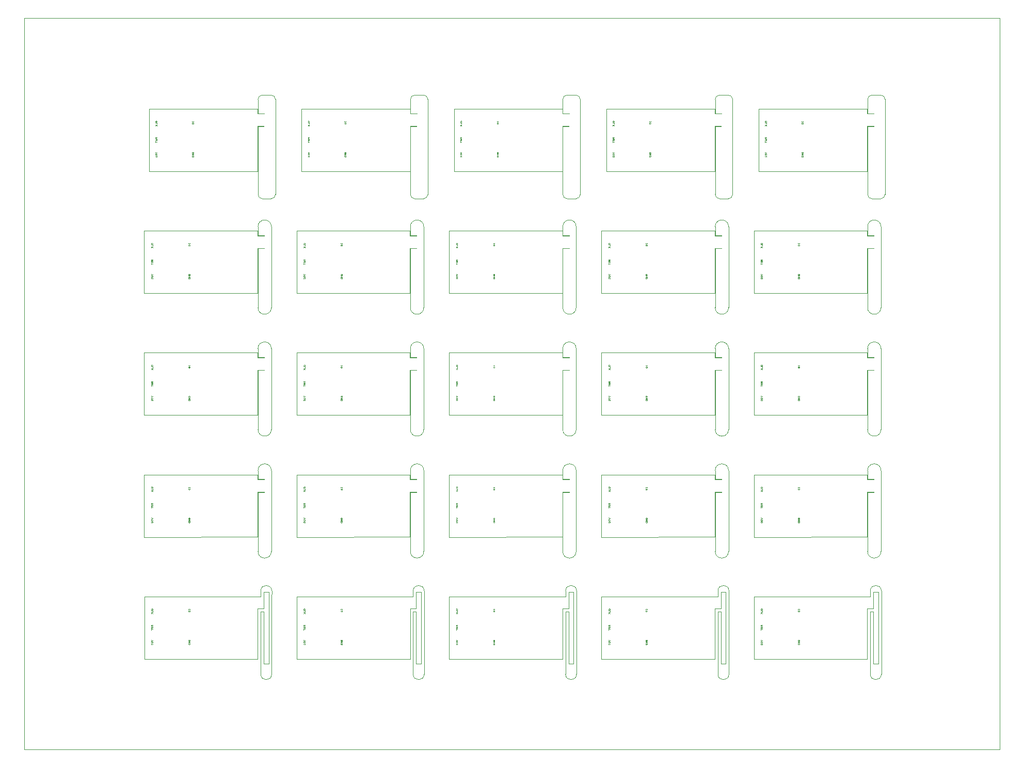
<source format=gbr>
G04 EasyPC Gerber Version 20.0.2 Build 4112 *
G04 #@! TF.Part,Single*
G04 #@! TF.FileFunction,Legend,Bot *
%FSLAX35Y35*%
%MOIN*%
%ADD11C,0.00004*%
%ADD14C,0.00079*%
%ADD12C,0.00157*%
X0Y0D02*
D02*
D11*
X77413Y137346D02*
Y177665D01*
X147432Y177673*
X150637Y177665*
Y174520*
X154972*
Y174720*
X150838*
Y180287*
G75*
G02X159503I4333*
G01*
Y128102*
G75*
G02X150838I-4333*
G01*
Y166299*
X154972*
Y166500*
X150637*
Y137362*
X77413Y137346*
Y216087D02*
Y256406D01*
X147432Y256413*
X150637Y256406*
Y253260*
X154972*
Y253461*
X150838*
Y259028*
G75*
G02X159503I4333*
G01*
Y206843*
G75*
G02X150838I-4333*
G01*
Y245039*
X154972*
Y245240*
X150637*
Y216102*
X77413Y216087*
Y294827D02*
Y335146D01*
X147432Y335154*
X150637Y335146*
Y332000*
X154972*
Y332201*
X150838*
Y337768*
G75*
G02X159503I4333*
G01*
Y285583*
G75*
G02X150838I-4333*
G01*
Y323780*
X154972*
Y323980*
X150637*
Y294843*
X77413Y294827*
X77436Y58622D02*
X150669D01*
Y91335*
X154613*
Y101925*
X157755*
Y55622*
X154613*
Y89331*
X152641*
Y48764*
G75*
G03X159724I3541*
G01*
Y97815*
X159771Y102543*
G75*
G03X152641I-3565*
G01*
Y98961*
X77417*
X77436Y98941*
Y58622*
X80602Y373583D02*
Y413898D01*
X150684Y413925*
Y410772*
X155019*
Y410972*
X150881*
Y419996*
G75*
G02X153669Y422783I2787*
G01*
X159363*
G75*
G02X162106Y420041J-2743*
G01*
Y358581*
G75*
G02X159374Y355850I-2731*
G01*
X153654*
G75*
G02X150881Y358623J2773*
G01*
Y402551*
X154731*
Y402752*
X150684*
Y373614*
X80602Y373583*
X175838Y137346D02*
Y177665D01*
X245857Y177673*
X249062Y177665*
Y174520*
X253397*
Y174720*
X249263*
Y180287*
G75*
G02X257928I4333*
G01*
Y128102*
G75*
G02X249263I-4333*
G01*
Y166299*
X253397*
Y166500*
X249062*
Y137362*
X175838Y137346*
Y216087D02*
Y256406D01*
X245857Y256413*
X249062Y256406*
Y253260*
X253397*
Y253461*
X249263*
Y259028*
G75*
G02X257928I4333*
G01*
Y206843*
G75*
G02X249263I-4333*
G01*
Y245039*
X253397*
Y245240*
X249062*
Y216102*
X175838Y216087*
Y294827D02*
Y335146D01*
X245857Y335154*
X249062Y335146*
Y332000*
X253397*
Y332201*
X249263*
Y337768*
G75*
G02X257928I4333*
G01*
Y285583*
G75*
G02X249263I-4333*
G01*
Y323780*
X253397*
Y323980*
X249062*
Y294843*
X175838Y294827*
X175861Y58622D02*
X249094D01*
Y91335*
X253039*
Y101925*
X256180*
Y55622*
X253039*
Y89331*
X251066*
Y48764*
G75*
G03X258149I3541*
G01*
Y97815*
X258196Y102543*
G75*
G03X251066I-3565*
G01*
Y98961*
X175842*
X175861Y98941*
Y58622*
X179027Y373583D02*
Y413898D01*
X249109Y413925*
Y410772*
X253444*
Y410972*
X249306*
Y419996*
G75*
G02X252094Y422783I2787*
G01*
X257788*
G75*
G02X260531Y420041J-2743*
G01*
Y358581*
G75*
G02X257800Y355850I-2731*
G01*
X252079*
G75*
G02X249306Y358623J2773*
G01*
Y402551*
X253157*
Y402752*
X249109*
Y373614*
X179027Y373583*
X274263Y137346D02*
Y177665D01*
X344283Y177673*
X347487Y177665*
Y174520*
X351822*
Y174720*
X347688*
Y180287*
G75*
G02X356354I4333*
G01*
Y128102*
G75*
G02X347688I-4333*
G01*
Y166299*
X351822*
Y166500*
X347487*
Y137362*
X274263Y137346*
Y216087D02*
Y256406D01*
X344283Y256413*
X347487Y256406*
Y253260*
X351822*
Y253461*
X347688*
Y259028*
G75*
G02X356354I4333*
G01*
Y206843*
G75*
G02X347688I-4333*
G01*
Y245039*
X351822*
Y245240*
X347487*
Y216102*
X274263Y216087*
Y294827D02*
Y335146D01*
X344283Y335154*
X347487Y335146*
Y332000*
X351822*
Y332201*
X347688*
Y337768*
G75*
G02X356354I4333*
G01*
Y285583*
G75*
G02X347688I-4333*
G01*
Y323780*
X351822*
Y323980*
X347487*
Y294843*
X274263Y294827*
X274287Y58622D02*
X347519D01*
Y91335*
X351464*
Y101925*
X354606*
Y55622*
X351464*
Y89331*
X349491*
Y48764*
G75*
G03X356574I3541*
G01*
Y97815*
X356621Y102543*
G75*
G03X349491I-3565*
G01*
Y98961*
X274267*
X274287Y98941*
Y58622*
X277452Y373583D02*
Y413898D01*
X347535Y413925*
Y410772*
X351869*
Y410972*
X347731*
Y419996*
G75*
G02X350519Y422783I2787*
G01*
X356213*
G75*
G02X358956Y420041J-2743*
G01*
Y358581*
G75*
G02X356225Y355850I-2731*
G01*
X350504*
G75*
G02X347731Y358623J2773*
G01*
Y402551*
X351582*
Y402752*
X347535*
Y373614*
X277452Y373583*
X372688Y137346D02*
Y177665D01*
X442708Y177673*
X445913Y177665*
Y174520*
X450247*
Y174720*
X446113*
Y180287*
G75*
G02X454779I4333*
G01*
Y128102*
G75*
G02X446113I-4333*
G01*
Y166299*
X450247*
Y166500*
X445913*
Y137362*
X372688Y137346*
Y216087D02*
Y256406D01*
X442708Y256413*
X445913Y256406*
Y253260*
X450247*
Y253461*
X446113*
Y259028*
G75*
G02X454779I4333*
G01*
Y206843*
G75*
G02X446113I-4333*
G01*
Y245039*
X450247*
Y245240*
X445913*
Y216102*
X372688Y216087*
Y294827D02*
Y335146D01*
X442708Y335154*
X445913Y335146*
Y332000*
X450247*
Y332201*
X446113*
Y337768*
G75*
G02X454779I4333*
G01*
Y285583*
G75*
G02X446113I-4333*
G01*
Y323780*
X450247*
Y323980*
X445913*
Y294843*
X372688Y294827*
X372712Y58622D02*
X445944D01*
Y91335*
X449889*
Y101925*
X453031*
Y55622*
X449889*
Y89331*
X447917*
Y48764*
G75*
G03X454999I3541*
G01*
Y97815*
X455046Y102543*
G75*
G03X447917I-3565*
G01*
Y98961*
X372692*
X372712Y98941*
Y58622*
X375877Y373583D02*
Y413898D01*
X445960Y413925*
Y410772*
X450294*
Y410972*
X446157*
Y419996*
G75*
G02X448944Y422783I2787*
G01*
X454638*
G75*
G02X457381Y420041J-2743*
G01*
Y358581*
G75*
G02X454650Y355850I-2731*
G01*
X448930*
G75*
G02X446157Y358623J2773*
G01*
Y402551*
X450007*
Y402752*
X445960*
Y373614*
X375877Y373583*
X471113Y137346D02*
Y177665D01*
X541133Y177673*
X544338Y177665*
Y174520*
X548672*
Y174720*
X544539*
Y180287*
G75*
G02X553204I4333*
G01*
Y128102*
G75*
G02X544539I-4333*
G01*
Y166299*
X548672*
Y166500*
X544338*
Y137362*
X471113Y137346*
Y216087D02*
Y256406D01*
X541133Y256413*
X544338Y256406*
Y253260*
X548672*
Y253461*
X544539*
Y259028*
G75*
G02X553204I4333*
G01*
Y206843*
G75*
G02X544539I-4333*
G01*
Y245039*
X548672*
Y245240*
X544338*
Y216102*
X471113Y216087*
Y294827D02*
Y335146D01*
X541133Y335154*
X544338Y335146*
Y332000*
X548672*
Y332201*
X544539*
Y337768*
G75*
G02X553204I4333*
G01*
Y285583*
G75*
G02X544539I-4333*
G01*
Y323780*
X548672*
Y323980*
X544338*
Y294843*
X471113Y294827*
X471137Y58622D02*
X544369D01*
Y91335*
X548314*
Y101925*
X551456*
Y55622*
X548314*
Y89331*
X546342*
Y48764*
G75*
G03X553424I3541*
G01*
Y97815*
X553472Y102543*
G75*
G03X546342I-3565*
G01*
Y98961*
X471117*
X471137Y98941*
Y58622*
X474302Y373583D02*
Y413898D01*
X544385Y413925*
Y410772*
X548720*
Y410972*
X544582*
Y419996*
G75*
G02X547369Y422783I2787*
G01*
X553063*
G75*
G02X555806Y420041J-2743*
G01*
Y358581*
G75*
G02X553075Y355850I-2731*
G01*
X547355*
G75*
G02X544582Y358623J2773*
G01*
Y402551*
X548432*
Y402752*
X544385*
Y373614*
X474302Y373583*
D02*
D12*
X81919Y70984D02*
X82805Y70615D01*
X81919Y70246*
X82657Y69065D02*
X82731Y69139D01*
X82805Y69286*
Y69508*
X82731Y69656*
X82657Y69729*
X82510Y69803*
X82215*
X82067Y69729*
X81993Y69656*
X81919Y69508*
Y69286*
X81993Y69139*
X82067Y69065*
X82657Y67884D02*
X82731Y67957D01*
X82805Y68105*
Y68327*
X82731Y68474*
X82657Y68548*
X82510Y68622*
X82215*
X82067Y68548*
X81993Y68474*
X81919Y68327*
Y68105*
X81993Y67957*
X82067Y67884*
X82805Y80433D02*
X81919D01*
Y79916*
X81993Y79769*
X82141Y79695*
X82289Y79769*
X82362Y79916*
Y80433*
Y79916D02*
X82805Y79695D01*
X82584Y79252D02*
X82731Y79178D01*
X82805Y79030*
Y78735*
X82731Y78587*
X82584Y78514*
X82436Y78587*
X82362Y78735*
Y79030*
X82289Y79178*
X82141Y79252*
X81993Y79178*
X81919Y79030*
Y78735*
X81993Y78587*
X82141Y78514*
X82805Y77702D02*
X81919D01*
Y78071D02*
Y77333D01*
X82657Y90325D02*
X82731Y90398D01*
X82805Y90546*
Y90768*
X82731Y90915*
X82657Y90989*
X82510Y91063*
X82215*
X82067Y90989*
X81993Y90915*
X81919Y90768*
Y90546*
X81993Y90398*
X82067Y90325*
X81919Y89882D02*
X82805D01*
Y89144*
Y88701D02*
X81919D01*
X82362D02*
Y88479D01*
X81919Y87963*
X82362Y88479D02*
X82805Y87963D01*
X81919Y149724D02*
X82805Y149355D01*
X81919Y148986*
X82657Y147805D02*
X82731Y147879D01*
X82805Y148026*
Y148248*
X82731Y148396*
X82657Y148469*
X82510Y148543*
X82215*
X82067Y148469*
X81993Y148396*
X81919Y148248*
Y148026*
X81993Y147879*
X82067Y147805*
X82657Y146624D02*
X82731Y146698D01*
X82805Y146845*
Y147067*
X82731Y147215*
X82657Y147288*
X82510Y147362*
X82215*
X82067Y147288*
X81993Y147215*
X81919Y147067*
Y146845*
X81993Y146698*
X82067Y146624*
X82805Y159173D02*
X81919D01*
Y158656*
X81993Y158509*
X82141Y158435*
X82289Y158509*
X82362Y158656*
Y159173*
Y158656D02*
X82805Y158435D01*
X82584Y157992D02*
X82731Y157918D01*
X82805Y157770*
Y157475*
X82731Y157328*
X82584Y157254*
X82436Y157328*
X82362Y157475*
Y157770*
X82289Y157918*
X82141Y157992*
X81993Y157918*
X81919Y157770*
Y157475*
X81993Y157328*
X82141Y157254*
X82805Y156442D02*
X81919D01*
Y156811D02*
Y156073D01*
X82657Y169065D02*
X82731Y169139D01*
X82805Y169286*
Y169508*
X82731Y169656*
X82657Y169729*
X82510Y169803*
X82215*
X82067Y169729*
X81993Y169656*
X81919Y169508*
Y169286*
X81993Y169139*
X82067Y169065*
X81919Y168622D02*
X82805D01*
Y167884*
Y167441D02*
X81919D01*
X82362D02*
Y167219D01*
X81919Y166703*
X82362Y167219D02*
X82805Y166703D01*
X81919Y228465D02*
X82805Y228095D01*
X81919Y227726*
X82657Y226545D02*
X82731Y226619D01*
X82805Y226767*
Y226988*
X82731Y227136*
X82657Y227209*
X82510Y227283*
X82215*
X82067Y227209*
X81993Y227136*
X81919Y226988*
Y226767*
X81993Y226619*
X82067Y226545*
X82657Y225364D02*
X82731Y225438D01*
X82805Y225585*
Y225807*
X82731Y225955*
X82657Y226028*
X82510Y226102*
X82215*
X82067Y226028*
X81993Y225955*
X81919Y225807*
Y225585*
X81993Y225438*
X82067Y225364*
X82805Y237913D02*
X81919D01*
Y237396*
X81993Y237249*
X82141Y237175*
X82289Y237249*
X82362Y237396*
Y237913*
Y237396D02*
X82805Y237175D01*
X82584Y236732D02*
X82731Y236658D01*
X82805Y236511*
Y236215*
X82731Y236068*
X82584Y235994*
X82436Y236068*
X82362Y236215*
Y236511*
X82289Y236658*
X82141Y236732*
X81993Y236658*
X81919Y236511*
Y236215*
X81993Y236068*
X82141Y235994*
X82805Y235182D02*
X81919D01*
Y235551D02*
Y234813D01*
X82657Y247805D02*
X82731Y247879D01*
X82805Y248026*
Y248248*
X82731Y248396*
X82657Y248469*
X82510Y248543*
X82215*
X82067Y248469*
X81993Y248396*
X81919Y248248*
Y248026*
X81993Y247879*
X82067Y247805*
X81919Y247362D02*
X82805D01*
Y246624*
Y246181D02*
X81919D01*
X82362D02*
Y245959D01*
X81919Y245443*
X82362Y245959D02*
X82805Y245443D01*
X81919Y307205D02*
X82805Y306835D01*
X81919Y306467*
X82657Y305285D02*
X82731Y305359D01*
X82805Y305507*
Y305728*
X82731Y305876*
X82657Y305950*
X82510Y306024*
X82215*
X82067Y305950*
X81993Y305876*
X81919Y305728*
Y305507*
X81993Y305359*
X82067Y305285*
X82657Y304104D02*
X82731Y304178D01*
X82805Y304326*
Y304547*
X82731Y304695*
X82657Y304769*
X82510Y304843*
X82215*
X82067Y304769*
X81993Y304695*
X81919Y304547*
Y304326*
X81993Y304178*
X82067Y304104*
X82805Y316654D02*
X81919D01*
Y316137*
X81993Y315989*
X82141Y315915*
X82289Y315989*
X82362Y316137*
Y316654*
Y316137D02*
X82805Y315915D01*
X82584Y315472D02*
X82731Y315398D01*
X82805Y315251*
Y314956*
X82731Y314808*
X82584Y314734*
X82436Y314808*
X82362Y314956*
Y315251*
X82289Y315398*
X82141Y315472*
X81993Y315398*
X81919Y315251*
Y314956*
X81993Y314808*
X82141Y314734*
X82805Y313922D02*
X81919D01*
Y314291D02*
Y313553D01*
X82657Y326545D02*
X82731Y326619D01*
X82805Y326767*
Y326988*
X82731Y327136*
X82657Y327209*
X82510Y327283*
X82215*
X82067Y327209*
X81993Y327136*
X81919Y326988*
Y326767*
X81993Y326619*
X82067Y326545*
X81919Y326102D02*
X82805D01*
Y325364*
Y324921D02*
X81919D01*
X82362D02*
Y324700D01*
X81919Y324183*
X82362Y324700D02*
X82805Y324183D01*
X84675Y385945D02*
X85561Y385576D01*
X84675Y385207*
X85413Y384026D02*
X85487Y384099D01*
X85561Y384247*
Y384469*
X85487Y384616*
X85413Y384690*
X85266Y384764*
X84970*
X84823Y384690*
X84749Y384616*
X84675Y384469*
Y384247*
X84749Y384099*
X84823Y384026*
X85413Y382844D02*
X85487Y382918D01*
X85561Y383066*
Y383287*
X85487Y383435*
X85413Y383509*
X85266Y383583*
X84970*
X84823Y383509*
X84749Y383435*
X84675Y383287*
Y383066*
X84749Y382918*
X84823Y382844*
X85561Y395394D02*
X84675D01*
Y394877*
X84749Y394729*
X84897Y394656*
X85044Y394729*
X85118Y394877*
Y395394*
Y394877D02*
X85561Y394656D01*
X85340Y394213D02*
X85487Y394139D01*
X85561Y393991*
Y393696*
X85487Y393548*
X85340Y393474*
X85192Y393548*
X85118Y393696*
Y393991*
X85044Y394139*
X84897Y394213*
X84749Y394139*
X84675Y393991*
Y393696*
X84749Y393548*
X84897Y393474*
X85561Y392662D02*
X84675D01*
Y393031D02*
Y392293D01*
X85413Y405285D02*
X85487Y405359D01*
X85561Y405507*
Y405728*
X85487Y405876*
X85413Y405950*
X85266Y406024*
X84970*
X84823Y405950*
X84749Y405876*
X84675Y405728*
Y405507*
X84749Y405359*
X84823Y405285*
X84675Y404843D02*
X85561D01*
Y404104*
Y403661D02*
X84675D01*
X85118D02*
Y403440D01*
X84675Y402923*
X85118Y403440D02*
X85561Y402923D01*
X106452Y70467D02*
Y70246D01*
X106526*
X106673Y70320*
X106747Y70394*
X106821Y70541*
Y70689*
X106747Y70837*
X106673Y70910*
X106526Y70984*
X106230*
X106083Y70910*
X106009Y70837*
X105935Y70689*
Y70541*
X106009Y70394*
X106083Y70320*
X106230Y70246*
X106821Y69803D02*
X105935D01*
X106821Y69065*
X105935*
X106821Y68622D02*
X105935D01*
Y68179*
X106009Y68031*
X106083Y67957*
X106230Y67884*
X106526*
X106673Y67957*
X106747Y68031*
X106821Y68179*
Y68622*
Y90841D02*
Y90546D01*
Y90694D02*
X105935D01*
Y90841D02*
Y90546D01*
X106526Y89882D02*
X106230D01*
X106083Y89808*
X106009Y89734*
X105935Y89587*
Y89439*
X106009Y89291*
X106083Y89217*
X106230Y89144*
X106526*
X106673Y89217*
X106747Y89291*
X106821Y89439*
Y89587*
X106747Y89734*
X106673Y89808*
X106526Y89882*
X106452Y149207D02*
Y148986D01*
X106526*
X106673Y149060*
X106747Y149134*
X106821Y149281*
Y149429*
X106747Y149577*
X106673Y149650*
X106526Y149724*
X106230*
X106083Y149650*
X106009Y149577*
X105935Y149429*
Y149281*
X106009Y149134*
X106083Y149060*
X106230Y148986*
X106821Y148543D02*
X105935D01*
X106821Y147805*
X105935*
X106821Y147362D02*
X105935D01*
Y146919*
X106009Y146772*
X106083Y146698*
X106230Y146624*
X106526*
X106673Y146698*
X106747Y146772*
X106821Y146919*
Y147362*
Y169581D02*
Y169286D01*
Y169434D02*
X105935D01*
Y169581D02*
Y169286D01*
X106526Y168622D02*
X106230D01*
X106083Y168548*
X106009Y168474*
X105935Y168327*
Y168179*
X106009Y168031*
X106083Y167957*
X106230Y167884*
X106526*
X106673Y167957*
X106747Y168031*
X106821Y168179*
Y168327*
X106747Y168474*
X106673Y168548*
X106526Y168622*
X106452Y227948D02*
Y227726D01*
X106526*
X106673Y227800*
X106747Y227874*
X106821Y228022*
Y228169*
X106747Y228317*
X106673Y228391*
X106526Y228465*
X106230*
X106083Y228391*
X106009Y228317*
X105935Y228169*
Y228022*
X106009Y227874*
X106083Y227800*
X106230Y227726*
X106821Y227283D02*
X105935D01*
X106821Y226545*
X105935*
X106821Y226102D02*
X105935D01*
Y225659*
X106009Y225512*
X106083Y225438*
X106230Y225364*
X106526*
X106673Y225438*
X106747Y225512*
X106821Y225659*
Y226102*
Y248322D02*
Y248026D01*
Y248174D02*
X105935D01*
Y248322D02*
Y248026D01*
X106526Y247362D02*
X106230D01*
X106083Y247288*
X106009Y247215*
X105935Y247067*
Y246919*
X106009Y246772*
X106083Y246698*
X106230Y246624*
X106526*
X106673Y246698*
X106747Y246772*
X106821Y246919*
Y247067*
X106747Y247215*
X106673Y247288*
X106526Y247362*
X106452Y306688D02*
Y306467D01*
X106526*
X106673Y306540*
X106747Y306614*
X106821Y306762*
Y306909*
X106747Y307057*
X106673Y307131*
X106526Y307205*
X106230*
X106083Y307131*
X106009Y307057*
X105935Y306909*
Y306762*
X106009Y306614*
X106083Y306540*
X106230Y306467*
X106821Y306024D02*
X105935D01*
X106821Y305285*
X105935*
X106821Y304843D02*
X105935D01*
Y304400*
X106009Y304252*
X106083Y304178*
X106230Y304104*
X106526*
X106673Y304178*
X106747Y304252*
X106821Y304400*
Y304843*
Y327062D02*
Y326767D01*
Y326914D02*
X105935D01*
Y327062D02*
Y326767D01*
X106526Y326102D02*
X106230D01*
X106083Y326028*
X106009Y325955*
X105935Y325807*
Y325659*
X106009Y325512*
X106083Y325438*
X106230Y325364*
X106526*
X106673Y325438*
X106747Y325512*
X106821Y325659*
Y325807*
X106747Y325955*
X106673Y326028*
X106526Y326102*
X108814Y385428D02*
Y385207D01*
X108888*
X109035Y385280*
X109109Y385354*
X109183Y385502*
Y385650*
X109109Y385797*
X109035Y385871*
X108888Y385945*
X108593*
X108445Y385871*
X108371Y385797*
X108297Y385650*
Y385502*
X108371Y385354*
X108445Y385280*
X108593Y385207*
X109183Y384764D02*
X108297D01*
X109183Y384026*
X108297*
X109183Y383583D02*
X108297D01*
Y383140*
X108371Y382992*
X108445Y382918*
X108593Y382844*
X108888*
X109035Y382918*
X109109Y382992*
X109183Y383140*
Y383583*
Y405802D02*
Y405507D01*
Y405654D02*
X108297D01*
Y405802D02*
Y405507D01*
X108888Y404843D02*
X108593D01*
X108445Y404769*
X108371Y404695*
X108297Y404547*
Y404400*
X108371Y404252*
X108445Y404178*
X108593Y404104*
X108888*
X109035Y404178*
X109109Y404252*
X109183Y404400*
Y404547*
X109109Y404695*
X109035Y404769*
X108888Y404843*
X180344Y70984D02*
X181230Y70615D01*
X180344Y70246*
X181083Y69065D02*
X181157Y69139D01*
X181230Y69286*
Y69508*
X181157Y69656*
X181083Y69729*
X180935Y69803*
X180640*
X180492Y69729*
X180419Y69656*
X180344Y69508*
Y69286*
X180419Y69139*
X180492Y69065*
X181083Y67884D02*
X181157Y67957D01*
X181230Y68105*
Y68327*
X181157Y68474*
X181083Y68548*
X180935Y68622*
X180640*
X180492Y68548*
X180419Y68474*
X180344Y68327*
Y68105*
X180419Y67957*
X180492Y67884*
X181230Y80433D02*
X180344D01*
Y79916*
X180419Y79769*
X180566Y79695*
X180714Y79769*
X180787Y79916*
Y80433*
Y79916D02*
X181230Y79695D01*
X181009Y79252D02*
X181157Y79178D01*
X181230Y79030*
Y78735*
X181157Y78587*
X181009Y78514*
X180861Y78587*
X180787Y78735*
Y79030*
X180714Y79178*
X180566Y79252*
X180419Y79178*
X180344Y79030*
Y78735*
X180419Y78587*
X180566Y78514*
X181230Y77702D02*
X180344D01*
Y78071D02*
Y77333D01*
X181083Y90325D02*
X181157Y90398D01*
X181230Y90546*
Y90768*
X181157Y90915*
X181083Y90989*
X180935Y91063*
X180640*
X180492Y90989*
X180419Y90915*
X180344Y90768*
Y90546*
X180419Y90398*
X180492Y90325*
X180344Y89882D02*
X181230D01*
Y89144*
Y88701D02*
X180344D01*
X180787D02*
Y88479D01*
X180344Y87963*
X180787Y88479D02*
X181230Y87963D01*
X180344Y149724D02*
X181230Y149355D01*
X180344Y148986*
X181083Y147805D02*
X181157Y147879D01*
X181230Y148026*
Y148248*
X181157Y148396*
X181083Y148469*
X180935Y148543*
X180640*
X180492Y148469*
X180419Y148396*
X180344Y148248*
Y148026*
X180419Y147879*
X180492Y147805*
X181083Y146624D02*
X181157Y146698D01*
X181230Y146845*
Y147067*
X181157Y147215*
X181083Y147288*
X180935Y147362*
X180640*
X180492Y147288*
X180419Y147215*
X180344Y147067*
Y146845*
X180419Y146698*
X180492Y146624*
X181230Y159173D02*
X180344D01*
Y158656*
X180419Y158509*
X180566Y158435*
X180714Y158509*
X180787Y158656*
Y159173*
Y158656D02*
X181230Y158435D01*
X181009Y157992D02*
X181157Y157918D01*
X181230Y157770*
Y157475*
X181157Y157328*
X181009Y157254*
X180861Y157328*
X180787Y157475*
Y157770*
X180714Y157918*
X180566Y157992*
X180419Y157918*
X180344Y157770*
Y157475*
X180419Y157328*
X180566Y157254*
X181230Y156442D02*
X180344D01*
Y156811D02*
Y156073D01*
X181083Y169065D02*
X181157Y169139D01*
X181230Y169286*
Y169508*
X181157Y169656*
X181083Y169729*
X180935Y169803*
X180640*
X180492Y169729*
X180419Y169656*
X180344Y169508*
Y169286*
X180419Y169139*
X180492Y169065*
X180344Y168622D02*
X181230D01*
Y167884*
Y167441D02*
X180344D01*
X180787D02*
Y167219D01*
X180344Y166703*
X180787Y167219D02*
X181230Y166703D01*
X180344Y228465D02*
X181230Y228095D01*
X180344Y227726*
X181083Y226545D02*
X181157Y226619D01*
X181230Y226767*
Y226988*
X181157Y227136*
X181083Y227209*
X180935Y227283*
X180640*
X180492Y227209*
X180419Y227136*
X180344Y226988*
Y226767*
X180419Y226619*
X180492Y226545*
X181083Y225364D02*
X181157Y225438D01*
X181230Y225585*
Y225807*
X181157Y225955*
X181083Y226028*
X180935Y226102*
X180640*
X180492Y226028*
X180419Y225955*
X180344Y225807*
Y225585*
X180419Y225438*
X180492Y225364*
X181230Y237913D02*
X180344D01*
Y237396*
X180419Y237249*
X180566Y237175*
X180714Y237249*
X180787Y237396*
Y237913*
Y237396D02*
X181230Y237175D01*
X181009Y236732D02*
X181157Y236658D01*
X181230Y236511*
Y236215*
X181157Y236068*
X181009Y235994*
X180861Y236068*
X180787Y236215*
Y236511*
X180714Y236658*
X180566Y236732*
X180419Y236658*
X180344Y236511*
Y236215*
X180419Y236068*
X180566Y235994*
X181230Y235182D02*
X180344D01*
Y235551D02*
Y234813D01*
X181083Y247805D02*
X181157Y247879D01*
X181230Y248026*
Y248248*
X181157Y248396*
X181083Y248469*
X180935Y248543*
X180640*
X180492Y248469*
X180419Y248396*
X180344Y248248*
Y248026*
X180419Y247879*
X180492Y247805*
X180344Y247362D02*
X181230D01*
Y246624*
Y246181D02*
X180344D01*
X180787D02*
Y245959D01*
X180344Y245443*
X180787Y245959D02*
X181230Y245443D01*
X180344Y307205D02*
X181230Y306835D01*
X180344Y306467*
X181083Y305285D02*
X181157Y305359D01*
X181230Y305507*
Y305728*
X181157Y305876*
X181083Y305950*
X180935Y306024*
X180640*
X180492Y305950*
X180419Y305876*
X180344Y305728*
Y305507*
X180419Y305359*
X180492Y305285*
X181083Y304104D02*
X181157Y304178D01*
X181230Y304326*
Y304547*
X181157Y304695*
X181083Y304769*
X180935Y304843*
X180640*
X180492Y304769*
X180419Y304695*
X180344Y304547*
Y304326*
X180419Y304178*
X180492Y304104*
X181230Y316654D02*
X180344D01*
Y316137*
X180419Y315989*
X180566Y315915*
X180714Y315989*
X180787Y316137*
Y316654*
Y316137D02*
X181230Y315915D01*
X181009Y315472D02*
X181157Y315398D01*
X181230Y315251*
Y314956*
X181157Y314808*
X181009Y314734*
X180861Y314808*
X180787Y314956*
Y315251*
X180714Y315398*
X180566Y315472*
X180419Y315398*
X180344Y315251*
Y314956*
X180419Y314808*
X180566Y314734*
X181230Y313922D02*
X180344D01*
Y314291D02*
Y313553D01*
X181083Y326545D02*
X181157Y326619D01*
X181230Y326767*
Y326988*
X181157Y327136*
X181083Y327209*
X180935Y327283*
X180640*
X180492Y327209*
X180419Y327136*
X180344Y326988*
Y326767*
X180419Y326619*
X180492Y326545*
X180344Y326102D02*
X181230D01*
Y325364*
Y324921D02*
X180344D01*
X180787D02*
Y324700D01*
X180344Y324183*
X180787Y324700D02*
X181230Y324183D01*
X183100Y385945D02*
X183986Y385576D01*
X183100Y385207*
X183839Y384026D02*
X183913Y384099D01*
X183986Y384247*
Y384469*
X183913Y384616*
X183839Y384690*
X183691Y384764*
X183396*
X183248Y384690*
X183174Y384616*
X183100Y384469*
Y384247*
X183174Y384099*
X183248Y384026*
X183839Y382844D02*
X183913Y382918D01*
X183986Y383066*
Y383287*
X183913Y383435*
X183839Y383509*
X183691Y383583*
X183396*
X183248Y383509*
X183174Y383435*
X183100Y383287*
Y383066*
X183174Y382918*
X183248Y382844*
X183986Y395394D02*
X183100D01*
Y394877*
X183174Y394729*
X183322Y394656*
X183470Y394729*
X183543Y394877*
Y395394*
Y394877D02*
X183986Y394656D01*
X183765Y394213D02*
X183913Y394139D01*
X183986Y393991*
Y393696*
X183913Y393548*
X183765Y393474*
X183617Y393548*
X183543Y393696*
Y393991*
X183470Y394139*
X183322Y394213*
X183174Y394139*
X183100Y393991*
Y393696*
X183174Y393548*
X183322Y393474*
X183986Y392662D02*
X183100D01*
Y393031D02*
Y392293D01*
X183839Y405285D02*
X183913Y405359D01*
X183986Y405507*
Y405728*
X183913Y405876*
X183839Y405950*
X183691Y406024*
X183396*
X183248Y405950*
X183174Y405876*
X183100Y405728*
Y405507*
X183174Y405359*
X183248Y405285*
X183100Y404843D02*
X183986D01*
Y404104*
Y403661D02*
X183100D01*
X183543D02*
Y403440D01*
X183100Y402923*
X183543Y403440D02*
X183986Y402923D01*
X204877Y70467D02*
Y70246D01*
X204951*
X205098Y70320*
X205172Y70394*
X205246Y70541*
Y70689*
X205172Y70837*
X205098Y70910*
X204951Y70984*
X204656*
X204508Y70910*
X204434Y70837*
X204360Y70689*
Y70541*
X204434Y70394*
X204508Y70320*
X204656Y70246*
X205246Y69803D02*
X204360D01*
X205246Y69065*
X204360*
X205246Y68622D02*
X204360D01*
Y68179*
X204434Y68031*
X204508Y67957*
X204656Y67884*
X204951*
X205098Y67957*
X205172Y68031*
X205246Y68179*
Y68622*
Y90841D02*
Y90546D01*
Y90694D02*
X204360D01*
Y90841D02*
Y90546D01*
X204951Y89882D02*
X204656D01*
X204508Y89808*
X204434Y89734*
X204360Y89587*
Y89439*
X204434Y89291*
X204508Y89217*
X204656Y89144*
X204951*
X205098Y89217*
X205172Y89291*
X205246Y89439*
Y89587*
X205172Y89734*
X205098Y89808*
X204951Y89882*
X204877Y149207D02*
Y148986D01*
X204951*
X205098Y149060*
X205172Y149134*
X205246Y149281*
Y149429*
X205172Y149577*
X205098Y149650*
X204951Y149724*
X204656*
X204508Y149650*
X204434Y149577*
X204360Y149429*
Y149281*
X204434Y149134*
X204508Y149060*
X204656Y148986*
X205246Y148543D02*
X204360D01*
X205246Y147805*
X204360*
X205246Y147362D02*
X204360D01*
Y146919*
X204434Y146772*
X204508Y146698*
X204656Y146624*
X204951*
X205098Y146698*
X205172Y146772*
X205246Y146919*
Y147362*
Y169581D02*
Y169286D01*
Y169434D02*
X204360D01*
Y169581D02*
Y169286D01*
X204951Y168622D02*
X204656D01*
X204508Y168548*
X204434Y168474*
X204360Y168327*
Y168179*
X204434Y168031*
X204508Y167957*
X204656Y167884*
X204951*
X205098Y167957*
X205172Y168031*
X205246Y168179*
Y168327*
X205172Y168474*
X205098Y168548*
X204951Y168622*
X204877Y227948D02*
Y227726D01*
X204951*
X205098Y227800*
X205172Y227874*
X205246Y228022*
Y228169*
X205172Y228317*
X205098Y228391*
X204951Y228465*
X204656*
X204508Y228391*
X204434Y228317*
X204360Y228169*
Y228022*
X204434Y227874*
X204508Y227800*
X204656Y227726*
X205246Y227283D02*
X204360D01*
X205246Y226545*
X204360*
X205246Y226102D02*
X204360D01*
Y225659*
X204434Y225512*
X204508Y225438*
X204656Y225364*
X204951*
X205098Y225438*
X205172Y225512*
X205246Y225659*
Y226102*
Y248322D02*
Y248026D01*
Y248174D02*
X204360D01*
Y248322D02*
Y248026D01*
X204951Y247362D02*
X204656D01*
X204508Y247288*
X204434Y247215*
X204360Y247067*
Y246919*
X204434Y246772*
X204508Y246698*
X204656Y246624*
X204951*
X205098Y246698*
X205172Y246772*
X205246Y246919*
Y247067*
X205172Y247215*
X205098Y247288*
X204951Y247362*
X204877Y306688D02*
Y306467D01*
X204951*
X205098Y306540*
X205172Y306614*
X205246Y306762*
Y306909*
X205172Y307057*
X205098Y307131*
X204951Y307205*
X204656*
X204508Y307131*
X204434Y307057*
X204360Y306909*
Y306762*
X204434Y306614*
X204508Y306540*
X204656Y306467*
X205246Y306024D02*
X204360D01*
X205246Y305285*
X204360*
X205246Y304843D02*
X204360D01*
Y304400*
X204434Y304252*
X204508Y304178*
X204656Y304104*
X204951*
X205098Y304178*
X205172Y304252*
X205246Y304400*
Y304843*
Y327062D02*
Y326767D01*
Y326914D02*
X204360D01*
Y327062D02*
Y326767D01*
X204951Y326102D02*
X204656D01*
X204508Y326028*
X204434Y325955*
X204360Y325807*
Y325659*
X204434Y325512*
X204508Y325438*
X204656Y325364*
X204951*
X205098Y325438*
X205172Y325512*
X205246Y325659*
Y325807*
X205172Y325955*
X205098Y326028*
X204951Y326102*
X207239Y385428D02*
Y385207D01*
X207313*
X207461Y385280*
X207535Y385354*
X207608Y385502*
Y385650*
X207535Y385797*
X207461Y385871*
X207313Y385945*
X207018*
X206870Y385871*
X206796Y385797*
X206722Y385650*
Y385502*
X206796Y385354*
X206870Y385280*
X207018Y385207*
X207608Y384764D02*
X206722D01*
X207608Y384026*
X206722*
X207608Y383583D02*
X206722D01*
Y383140*
X206796Y382992*
X206870Y382918*
X207018Y382844*
X207313*
X207461Y382918*
X207535Y382992*
X207608Y383140*
Y383583*
Y405802D02*
Y405507D01*
Y405654D02*
X206722D01*
Y405802D02*
Y405507D01*
X207313Y404843D02*
X207018D01*
X206870Y404769*
X206796Y404695*
X206722Y404547*
Y404400*
X206796Y404252*
X206870Y404178*
X207018Y404104*
X207313*
X207461Y404178*
X207535Y404252*
X207608Y404400*
Y404547*
X207535Y404695*
X207461Y404769*
X207313Y404843*
X278770Y70984D02*
X279656Y70615D01*
X278770Y70246*
X279508Y69065D02*
X279582Y69139D01*
X279656Y69286*
Y69508*
X279582Y69656*
X279508Y69729*
X279360Y69803*
X279065*
X278917Y69729*
X278844Y69656*
X278770Y69508*
Y69286*
X278844Y69139*
X278917Y69065*
X279508Y67884D02*
X279582Y67957D01*
X279656Y68105*
Y68327*
X279582Y68474*
X279508Y68548*
X279360Y68622*
X279065*
X278917Y68548*
X278844Y68474*
X278770Y68327*
Y68105*
X278844Y67957*
X278917Y67884*
X279656Y80433D02*
X278770D01*
Y79916*
X278844Y79769*
X278991Y79695*
X279139Y79769*
X279213Y79916*
Y80433*
Y79916D02*
X279656Y79695D01*
X279434Y79252D02*
X279582Y79178D01*
X279656Y79030*
Y78735*
X279582Y78587*
X279434Y78514*
X279287Y78587*
X279213Y78735*
Y79030*
X279139Y79178*
X278991Y79252*
X278844Y79178*
X278770Y79030*
Y78735*
X278844Y78587*
X278991Y78514*
X279656Y77702D02*
X278770D01*
Y78071D02*
Y77333D01*
X279508Y90325D02*
X279582Y90398D01*
X279656Y90546*
Y90768*
X279582Y90915*
X279508Y90989*
X279360Y91063*
X279065*
X278917Y90989*
X278844Y90915*
X278770Y90768*
Y90546*
X278844Y90398*
X278917Y90325*
X278770Y89882D02*
X279656D01*
Y89144*
Y88701D02*
X278770D01*
X279213D02*
Y88479D01*
X278770Y87963*
X279213Y88479D02*
X279656Y87963D01*
X278770Y149724D02*
X279656Y149355D01*
X278770Y148986*
X279508Y147805D02*
X279582Y147879D01*
X279656Y148026*
Y148248*
X279582Y148396*
X279508Y148469*
X279360Y148543*
X279065*
X278917Y148469*
X278844Y148396*
X278770Y148248*
Y148026*
X278844Y147879*
X278917Y147805*
X279508Y146624D02*
X279582Y146698D01*
X279656Y146845*
Y147067*
X279582Y147215*
X279508Y147288*
X279360Y147362*
X279065*
X278917Y147288*
X278844Y147215*
X278770Y147067*
Y146845*
X278844Y146698*
X278917Y146624*
X279656Y159173D02*
X278770D01*
Y158656*
X278844Y158509*
X278991Y158435*
X279139Y158509*
X279213Y158656*
Y159173*
Y158656D02*
X279656Y158435D01*
X279434Y157992D02*
X279582Y157918D01*
X279656Y157770*
Y157475*
X279582Y157328*
X279434Y157254*
X279287Y157328*
X279213Y157475*
Y157770*
X279139Y157918*
X278991Y157992*
X278844Y157918*
X278770Y157770*
Y157475*
X278844Y157328*
X278991Y157254*
X279656Y156442D02*
X278770D01*
Y156811D02*
Y156073D01*
X279508Y169065D02*
X279582Y169139D01*
X279656Y169286*
Y169508*
X279582Y169656*
X279508Y169729*
X279360Y169803*
X279065*
X278917Y169729*
X278844Y169656*
X278770Y169508*
Y169286*
X278844Y169139*
X278917Y169065*
X278770Y168622D02*
X279656D01*
Y167884*
Y167441D02*
X278770D01*
X279213D02*
Y167219D01*
X278770Y166703*
X279213Y167219D02*
X279656Y166703D01*
X278770Y228465D02*
X279656Y228095D01*
X278770Y227726*
X279508Y226545D02*
X279582Y226619D01*
X279656Y226767*
Y226988*
X279582Y227136*
X279508Y227209*
X279360Y227283*
X279065*
X278917Y227209*
X278844Y227136*
X278770Y226988*
Y226767*
X278844Y226619*
X278917Y226545*
X279508Y225364D02*
X279582Y225438D01*
X279656Y225585*
Y225807*
X279582Y225955*
X279508Y226028*
X279360Y226102*
X279065*
X278917Y226028*
X278844Y225955*
X278770Y225807*
Y225585*
X278844Y225438*
X278917Y225364*
X279656Y237913D02*
X278770D01*
Y237396*
X278844Y237249*
X278991Y237175*
X279139Y237249*
X279213Y237396*
Y237913*
Y237396D02*
X279656Y237175D01*
X279434Y236732D02*
X279582Y236658D01*
X279656Y236511*
Y236215*
X279582Y236068*
X279434Y235994*
X279287Y236068*
X279213Y236215*
Y236511*
X279139Y236658*
X278991Y236732*
X278844Y236658*
X278770Y236511*
Y236215*
X278844Y236068*
X278991Y235994*
X279656Y235182D02*
X278770D01*
Y235551D02*
Y234813D01*
X279508Y247805D02*
X279582Y247879D01*
X279656Y248026*
Y248248*
X279582Y248396*
X279508Y248469*
X279360Y248543*
X279065*
X278917Y248469*
X278844Y248396*
X278770Y248248*
Y248026*
X278844Y247879*
X278917Y247805*
X278770Y247362D02*
X279656D01*
Y246624*
Y246181D02*
X278770D01*
X279213D02*
Y245959D01*
X278770Y245443*
X279213Y245959D02*
X279656Y245443D01*
X278770Y307205D02*
X279656Y306835D01*
X278770Y306467*
X279508Y305285D02*
X279582Y305359D01*
X279656Y305507*
Y305728*
X279582Y305876*
X279508Y305950*
X279360Y306024*
X279065*
X278917Y305950*
X278844Y305876*
X278770Y305728*
Y305507*
X278844Y305359*
X278917Y305285*
X279508Y304104D02*
X279582Y304178D01*
X279656Y304326*
Y304547*
X279582Y304695*
X279508Y304769*
X279360Y304843*
X279065*
X278917Y304769*
X278844Y304695*
X278770Y304547*
Y304326*
X278844Y304178*
X278917Y304104*
X279656Y316654D02*
X278770D01*
Y316137*
X278844Y315989*
X278991Y315915*
X279139Y315989*
X279213Y316137*
Y316654*
Y316137D02*
X279656Y315915D01*
X279434Y315472D02*
X279582Y315398D01*
X279656Y315251*
Y314956*
X279582Y314808*
X279434Y314734*
X279287Y314808*
X279213Y314956*
Y315251*
X279139Y315398*
X278991Y315472*
X278844Y315398*
X278770Y315251*
Y314956*
X278844Y314808*
X278991Y314734*
X279656Y313922D02*
X278770D01*
Y314291D02*
Y313553D01*
X279508Y326545D02*
X279582Y326619D01*
X279656Y326767*
Y326988*
X279582Y327136*
X279508Y327209*
X279360Y327283*
X279065*
X278917Y327209*
X278844Y327136*
X278770Y326988*
Y326767*
X278844Y326619*
X278917Y326545*
X278770Y326102D02*
X279656D01*
Y325364*
Y324921D02*
X278770D01*
X279213D02*
Y324700D01*
X278770Y324183*
X279213Y324700D02*
X279656Y324183D01*
X281526Y385945D02*
X282411Y385576D01*
X281526Y385207*
X282264Y384026D02*
X282338Y384099D01*
X282411Y384247*
Y384469*
X282338Y384616*
X282264Y384690*
X282116Y384764*
X281821*
X281673Y384690*
X281600Y384616*
X281526Y384469*
Y384247*
X281600Y384099*
X281673Y384026*
X282264Y382844D02*
X282338Y382918D01*
X282411Y383066*
Y383287*
X282338Y383435*
X282264Y383509*
X282116Y383583*
X281821*
X281673Y383509*
X281600Y383435*
X281526Y383287*
Y383066*
X281600Y382918*
X281673Y382844*
X282411Y395394D02*
X281526D01*
Y394877*
X281600Y394729*
X281747Y394656*
X281895Y394729*
X281969Y394877*
Y395394*
Y394877D02*
X282411Y394656D01*
X282190Y394213D02*
X282338Y394139D01*
X282411Y393991*
Y393696*
X282338Y393548*
X282190Y393474*
X282043Y393548*
X281969Y393696*
Y393991*
X281895Y394139*
X281747Y394213*
X281600Y394139*
X281526Y393991*
Y393696*
X281600Y393548*
X281747Y393474*
X282411Y392662D02*
X281526D01*
Y393031D02*
Y392293D01*
X282264Y405285D02*
X282338Y405359D01*
X282411Y405507*
Y405728*
X282338Y405876*
X282264Y405950*
X282116Y406024*
X281821*
X281673Y405950*
X281600Y405876*
X281526Y405728*
Y405507*
X281600Y405359*
X281673Y405285*
X281526Y404843D02*
X282411D01*
Y404104*
Y403661D02*
X281526D01*
X281969D02*
Y403440D01*
X281526Y402923*
X281969Y403440D02*
X282411Y402923D01*
X303302Y70467D02*
Y70246D01*
X303376*
X303524Y70320*
X303598Y70394*
X303671Y70541*
Y70689*
X303598Y70837*
X303524Y70910*
X303376Y70984*
X303081*
X302933Y70910*
X302859Y70837*
X302785Y70689*
Y70541*
X302859Y70394*
X302933Y70320*
X303081Y70246*
X303671Y69803D02*
X302785D01*
X303671Y69065*
X302785*
X303671Y68622D02*
X302785D01*
Y68179*
X302859Y68031*
X302933Y67957*
X303081Y67884*
X303376*
X303524Y67957*
X303598Y68031*
X303671Y68179*
Y68622*
Y90841D02*
Y90546D01*
Y90694D02*
X302785D01*
Y90841D02*
Y90546D01*
X303376Y89882D02*
X303081D01*
X302933Y89808*
X302859Y89734*
X302785Y89587*
Y89439*
X302859Y89291*
X302933Y89217*
X303081Y89144*
X303376*
X303524Y89217*
X303598Y89291*
X303671Y89439*
Y89587*
X303598Y89734*
X303524Y89808*
X303376Y89882*
X303302Y149207D02*
Y148986D01*
X303376*
X303524Y149060*
X303598Y149134*
X303671Y149281*
Y149429*
X303598Y149577*
X303524Y149650*
X303376Y149724*
X303081*
X302933Y149650*
X302859Y149577*
X302785Y149429*
Y149281*
X302859Y149134*
X302933Y149060*
X303081Y148986*
X303671Y148543D02*
X302785D01*
X303671Y147805*
X302785*
X303671Y147362D02*
X302785D01*
Y146919*
X302859Y146772*
X302933Y146698*
X303081Y146624*
X303376*
X303524Y146698*
X303598Y146772*
X303671Y146919*
Y147362*
Y169581D02*
Y169286D01*
Y169434D02*
X302785D01*
Y169581D02*
Y169286D01*
X303376Y168622D02*
X303081D01*
X302933Y168548*
X302859Y168474*
X302785Y168327*
Y168179*
X302859Y168031*
X302933Y167957*
X303081Y167884*
X303376*
X303524Y167957*
X303598Y168031*
X303671Y168179*
Y168327*
X303598Y168474*
X303524Y168548*
X303376Y168622*
X303302Y227948D02*
Y227726D01*
X303376*
X303524Y227800*
X303598Y227874*
X303671Y228022*
Y228169*
X303598Y228317*
X303524Y228391*
X303376Y228465*
X303081*
X302933Y228391*
X302859Y228317*
X302785Y228169*
Y228022*
X302859Y227874*
X302933Y227800*
X303081Y227726*
X303671Y227283D02*
X302785D01*
X303671Y226545*
X302785*
X303671Y226102D02*
X302785D01*
Y225659*
X302859Y225512*
X302933Y225438*
X303081Y225364*
X303376*
X303524Y225438*
X303598Y225512*
X303671Y225659*
Y226102*
Y248322D02*
Y248026D01*
Y248174D02*
X302785D01*
Y248322D02*
Y248026D01*
X303376Y247362D02*
X303081D01*
X302933Y247288*
X302859Y247215*
X302785Y247067*
Y246919*
X302859Y246772*
X302933Y246698*
X303081Y246624*
X303376*
X303524Y246698*
X303598Y246772*
X303671Y246919*
Y247067*
X303598Y247215*
X303524Y247288*
X303376Y247362*
X303302Y306688D02*
Y306467D01*
X303376*
X303524Y306540*
X303598Y306614*
X303671Y306762*
Y306909*
X303598Y307057*
X303524Y307131*
X303376Y307205*
X303081*
X302933Y307131*
X302859Y307057*
X302785Y306909*
Y306762*
X302859Y306614*
X302933Y306540*
X303081Y306467*
X303671Y306024D02*
X302785D01*
X303671Y305285*
X302785*
X303671Y304843D02*
X302785D01*
Y304400*
X302859Y304252*
X302933Y304178*
X303081Y304104*
X303376*
X303524Y304178*
X303598Y304252*
X303671Y304400*
Y304843*
Y327062D02*
Y326767D01*
Y326914D02*
X302785D01*
Y327062D02*
Y326767D01*
X303376Y326102D02*
X303081D01*
X302933Y326028*
X302859Y325955*
X302785Y325807*
Y325659*
X302859Y325512*
X302933Y325438*
X303081Y325364*
X303376*
X303524Y325438*
X303598Y325512*
X303671Y325659*
Y325807*
X303598Y325955*
X303524Y326028*
X303376Y326102*
X305665Y385428D02*
Y385207D01*
X305738*
X305886Y385280*
X305960Y385354*
X306033Y385502*
Y385650*
X305960Y385797*
X305886Y385871*
X305738Y385945*
X305443*
X305295Y385871*
X305222Y385797*
X305148Y385650*
Y385502*
X305222Y385354*
X305295Y385280*
X305443Y385207*
X306033Y384764D02*
X305148D01*
X306033Y384026*
X305148*
X306033Y383583D02*
X305148D01*
Y383140*
X305222Y382992*
X305295Y382918*
X305443Y382844*
X305738*
X305886Y382918*
X305960Y382992*
X306033Y383140*
Y383583*
Y405802D02*
Y405507D01*
Y405654D02*
X305148D01*
Y405802D02*
Y405507D01*
X305738Y404843D02*
X305443D01*
X305295Y404769*
X305222Y404695*
X305148Y404547*
Y404400*
X305222Y404252*
X305295Y404178*
X305443Y404104*
X305738*
X305886Y404178*
X305960Y404252*
X306033Y404400*
Y404547*
X305960Y404695*
X305886Y404769*
X305738Y404843*
X377195Y70984D02*
X378081Y70615D01*
X377195Y70246*
X377933Y69065D02*
X378007Y69139D01*
X378081Y69286*
Y69508*
X378007Y69656*
X377933Y69729*
X377785Y69803*
X377490*
X377343Y69729*
X377269Y69656*
X377195Y69508*
Y69286*
X377269Y69139*
X377343Y69065*
X377933Y67884D02*
X378007Y67957D01*
X378081Y68105*
Y68327*
X378007Y68474*
X377933Y68548*
X377785Y68622*
X377490*
X377343Y68548*
X377269Y68474*
X377195Y68327*
Y68105*
X377269Y67957*
X377343Y67884*
X378081Y80433D02*
X377195D01*
Y79916*
X377269Y79769*
X377417Y79695*
X377564Y79769*
X377638Y79916*
Y80433*
Y79916D02*
X378081Y79695D01*
X377859Y79252D02*
X378007Y79178D01*
X378081Y79030*
Y78735*
X378007Y78587*
X377859Y78514*
X377712Y78587*
X377638Y78735*
Y79030*
X377564Y79178*
X377417Y79252*
X377269Y79178*
X377195Y79030*
Y78735*
X377269Y78587*
X377417Y78514*
X378081Y77702D02*
X377195D01*
Y78071D02*
Y77333D01*
X377933Y90325D02*
X378007Y90398D01*
X378081Y90546*
Y90768*
X378007Y90915*
X377933Y90989*
X377785Y91063*
X377490*
X377343Y90989*
X377269Y90915*
X377195Y90768*
Y90546*
X377269Y90398*
X377343Y90325*
X377195Y89882D02*
X378081D01*
Y89144*
Y88701D02*
X377195D01*
X377638D02*
Y88479D01*
X377195Y87963*
X377638Y88479D02*
X378081Y87963D01*
X377195Y149724D02*
X378081Y149355D01*
X377195Y148986*
X377933Y147805D02*
X378007Y147879D01*
X378081Y148026*
Y148248*
X378007Y148396*
X377933Y148469*
X377785Y148543*
X377490*
X377343Y148469*
X377269Y148396*
X377195Y148248*
Y148026*
X377269Y147879*
X377343Y147805*
X377933Y146624D02*
X378007Y146698D01*
X378081Y146845*
Y147067*
X378007Y147215*
X377933Y147288*
X377785Y147362*
X377490*
X377343Y147288*
X377269Y147215*
X377195Y147067*
Y146845*
X377269Y146698*
X377343Y146624*
X378081Y159173D02*
X377195D01*
Y158656*
X377269Y158509*
X377417Y158435*
X377564Y158509*
X377638Y158656*
Y159173*
Y158656D02*
X378081Y158435D01*
X377859Y157992D02*
X378007Y157918D01*
X378081Y157770*
Y157475*
X378007Y157328*
X377859Y157254*
X377712Y157328*
X377638Y157475*
Y157770*
X377564Y157918*
X377417Y157992*
X377269Y157918*
X377195Y157770*
Y157475*
X377269Y157328*
X377417Y157254*
X378081Y156442D02*
X377195D01*
Y156811D02*
Y156073D01*
X377933Y169065D02*
X378007Y169139D01*
X378081Y169286*
Y169508*
X378007Y169656*
X377933Y169729*
X377785Y169803*
X377490*
X377343Y169729*
X377269Y169656*
X377195Y169508*
Y169286*
X377269Y169139*
X377343Y169065*
X377195Y168622D02*
X378081D01*
Y167884*
Y167441D02*
X377195D01*
X377638D02*
Y167219D01*
X377195Y166703*
X377638Y167219D02*
X378081Y166703D01*
X377195Y228465D02*
X378081Y228095D01*
X377195Y227726*
X377933Y226545D02*
X378007Y226619D01*
X378081Y226767*
Y226988*
X378007Y227136*
X377933Y227209*
X377785Y227283*
X377490*
X377343Y227209*
X377269Y227136*
X377195Y226988*
Y226767*
X377269Y226619*
X377343Y226545*
X377933Y225364D02*
X378007Y225438D01*
X378081Y225585*
Y225807*
X378007Y225955*
X377933Y226028*
X377785Y226102*
X377490*
X377343Y226028*
X377269Y225955*
X377195Y225807*
Y225585*
X377269Y225438*
X377343Y225364*
X378081Y237913D02*
X377195D01*
Y237396*
X377269Y237249*
X377417Y237175*
X377564Y237249*
X377638Y237396*
Y237913*
Y237396D02*
X378081Y237175D01*
X377859Y236732D02*
X378007Y236658D01*
X378081Y236511*
Y236215*
X378007Y236068*
X377859Y235994*
X377712Y236068*
X377638Y236215*
Y236511*
X377564Y236658*
X377417Y236732*
X377269Y236658*
X377195Y236511*
Y236215*
X377269Y236068*
X377417Y235994*
X378081Y235182D02*
X377195D01*
Y235551D02*
Y234813D01*
X377933Y247805D02*
X378007Y247879D01*
X378081Y248026*
Y248248*
X378007Y248396*
X377933Y248469*
X377785Y248543*
X377490*
X377343Y248469*
X377269Y248396*
X377195Y248248*
Y248026*
X377269Y247879*
X377343Y247805*
X377195Y247362D02*
X378081D01*
Y246624*
Y246181D02*
X377195D01*
X377638D02*
Y245959D01*
X377195Y245443*
X377638Y245959D02*
X378081Y245443D01*
X377195Y307205D02*
X378081Y306835D01*
X377195Y306467*
X377933Y305285D02*
X378007Y305359D01*
X378081Y305507*
Y305728*
X378007Y305876*
X377933Y305950*
X377785Y306024*
X377490*
X377343Y305950*
X377269Y305876*
X377195Y305728*
Y305507*
X377269Y305359*
X377343Y305285*
X377933Y304104D02*
X378007Y304178D01*
X378081Y304326*
Y304547*
X378007Y304695*
X377933Y304769*
X377785Y304843*
X377490*
X377343Y304769*
X377269Y304695*
X377195Y304547*
Y304326*
X377269Y304178*
X377343Y304104*
X378081Y316654D02*
X377195D01*
Y316137*
X377269Y315989*
X377417Y315915*
X377564Y315989*
X377638Y316137*
Y316654*
Y316137D02*
X378081Y315915D01*
X377859Y315472D02*
X378007Y315398D01*
X378081Y315251*
Y314956*
X378007Y314808*
X377859Y314734*
X377712Y314808*
X377638Y314956*
Y315251*
X377564Y315398*
X377417Y315472*
X377269Y315398*
X377195Y315251*
Y314956*
X377269Y314808*
X377417Y314734*
X378081Y313922D02*
X377195D01*
Y314291D02*
Y313553D01*
X377933Y326545D02*
X378007Y326619D01*
X378081Y326767*
Y326988*
X378007Y327136*
X377933Y327209*
X377785Y327283*
X377490*
X377343Y327209*
X377269Y327136*
X377195Y326988*
Y326767*
X377269Y326619*
X377343Y326545*
X377195Y326102D02*
X378081D01*
Y325364*
Y324921D02*
X377195D01*
X377638D02*
Y324700D01*
X377195Y324183*
X377638Y324700D02*
X378081Y324183D01*
X379951Y385945D02*
X380837Y385576D01*
X379951Y385207*
X380689Y384026D02*
X380763Y384099D01*
X380837Y384247*
Y384469*
X380763Y384616*
X380689Y384690*
X380541Y384764*
X380246*
X380098Y384690*
X380025Y384616*
X379951Y384469*
Y384247*
X380025Y384099*
X380098Y384026*
X380689Y382844D02*
X380763Y382918D01*
X380837Y383066*
Y383287*
X380763Y383435*
X380689Y383509*
X380541Y383583*
X380246*
X380098Y383509*
X380025Y383435*
X379951Y383287*
Y383066*
X380025Y382918*
X380098Y382844*
X380837Y395394D02*
X379951D01*
Y394877*
X380025Y394729*
X380172Y394656*
X380320Y394729*
X380394Y394877*
Y395394*
Y394877D02*
X380837Y394656D01*
X380615Y394213D02*
X380763Y394139D01*
X380837Y393991*
Y393696*
X380763Y393548*
X380615Y393474*
X380468Y393548*
X380394Y393696*
Y393991*
X380320Y394139*
X380172Y394213*
X380025Y394139*
X379951Y393991*
Y393696*
X380025Y393548*
X380172Y393474*
X380837Y392662D02*
X379951D01*
Y393031D02*
Y392293D01*
X380689Y405285D02*
X380763Y405359D01*
X380837Y405507*
Y405728*
X380763Y405876*
X380689Y405950*
X380541Y406024*
X380246*
X380098Y405950*
X380025Y405876*
X379951Y405728*
Y405507*
X380025Y405359*
X380098Y405285*
X379951Y404843D02*
X380837D01*
Y404104*
Y403661D02*
X379951D01*
X380394D02*
Y403440D01*
X379951Y402923*
X380394Y403440D02*
X380837Y402923D01*
X401728Y70467D02*
Y70246D01*
X401801*
X401949Y70320*
X402023Y70394*
X402096Y70541*
Y70689*
X402023Y70837*
X401949Y70910*
X401801Y70984*
X401506*
X401358Y70910*
X401285Y70837*
X401211Y70689*
Y70541*
X401285Y70394*
X401358Y70320*
X401506Y70246*
X402096Y69803D02*
X401211D01*
X402096Y69065*
X401211*
X402096Y68622D02*
X401211D01*
Y68179*
X401285Y68031*
X401358Y67957*
X401506Y67884*
X401801*
X401949Y67957*
X402023Y68031*
X402096Y68179*
Y68622*
Y90841D02*
Y90546D01*
Y90694D02*
X401211D01*
Y90841D02*
Y90546D01*
X401801Y89882D02*
X401506D01*
X401358Y89808*
X401285Y89734*
X401211Y89587*
Y89439*
X401285Y89291*
X401358Y89217*
X401506Y89144*
X401801*
X401949Y89217*
X402023Y89291*
X402096Y89439*
Y89587*
X402023Y89734*
X401949Y89808*
X401801Y89882*
X401728Y149207D02*
Y148986D01*
X401801*
X401949Y149060*
X402023Y149134*
X402096Y149281*
Y149429*
X402023Y149577*
X401949Y149650*
X401801Y149724*
X401506*
X401358Y149650*
X401285Y149577*
X401211Y149429*
Y149281*
X401285Y149134*
X401358Y149060*
X401506Y148986*
X402096Y148543D02*
X401211D01*
X402096Y147805*
X401211*
X402096Y147362D02*
X401211D01*
Y146919*
X401285Y146772*
X401358Y146698*
X401506Y146624*
X401801*
X401949Y146698*
X402023Y146772*
X402096Y146919*
Y147362*
Y169581D02*
Y169286D01*
Y169434D02*
X401211D01*
Y169581D02*
Y169286D01*
X401801Y168622D02*
X401506D01*
X401358Y168548*
X401285Y168474*
X401211Y168327*
Y168179*
X401285Y168031*
X401358Y167957*
X401506Y167884*
X401801*
X401949Y167957*
X402023Y168031*
X402096Y168179*
Y168327*
X402023Y168474*
X401949Y168548*
X401801Y168622*
X401728Y227948D02*
Y227726D01*
X401801*
X401949Y227800*
X402023Y227874*
X402096Y228022*
Y228169*
X402023Y228317*
X401949Y228391*
X401801Y228465*
X401506*
X401358Y228391*
X401285Y228317*
X401211Y228169*
Y228022*
X401285Y227874*
X401358Y227800*
X401506Y227726*
X402096Y227283D02*
X401211D01*
X402096Y226545*
X401211*
X402096Y226102D02*
X401211D01*
Y225659*
X401285Y225512*
X401358Y225438*
X401506Y225364*
X401801*
X401949Y225438*
X402023Y225512*
X402096Y225659*
Y226102*
Y248322D02*
Y248026D01*
Y248174D02*
X401211D01*
Y248322D02*
Y248026D01*
X401801Y247362D02*
X401506D01*
X401358Y247288*
X401285Y247215*
X401211Y247067*
Y246919*
X401285Y246772*
X401358Y246698*
X401506Y246624*
X401801*
X401949Y246698*
X402023Y246772*
X402096Y246919*
Y247067*
X402023Y247215*
X401949Y247288*
X401801Y247362*
X401728Y306688D02*
Y306467D01*
X401801*
X401949Y306540*
X402023Y306614*
X402096Y306762*
Y306909*
X402023Y307057*
X401949Y307131*
X401801Y307205*
X401506*
X401358Y307131*
X401285Y307057*
X401211Y306909*
Y306762*
X401285Y306614*
X401358Y306540*
X401506Y306467*
X402096Y306024D02*
X401211D01*
X402096Y305285*
X401211*
X402096Y304843D02*
X401211D01*
Y304400*
X401285Y304252*
X401358Y304178*
X401506Y304104*
X401801*
X401949Y304178*
X402023Y304252*
X402096Y304400*
Y304843*
Y327062D02*
Y326767D01*
Y326914D02*
X401211D01*
Y327062D02*
Y326767D01*
X401801Y326102D02*
X401506D01*
X401358Y326028*
X401285Y325955*
X401211Y325807*
Y325659*
X401285Y325512*
X401358Y325438*
X401506Y325364*
X401801*
X401949Y325438*
X402023Y325512*
X402096Y325659*
Y325807*
X402023Y325955*
X401949Y326028*
X401801Y326102*
X404090Y385428D02*
Y385207D01*
X404163*
X404311Y385280*
X404385Y385354*
X404459Y385502*
Y385650*
X404385Y385797*
X404311Y385871*
X404163Y385945*
X403868*
X403720Y385871*
X403647Y385797*
X403573Y385650*
Y385502*
X403647Y385354*
X403720Y385280*
X403868Y385207*
X404459Y384764D02*
X403573D01*
X404459Y384026*
X403573*
X404459Y383583D02*
X403573D01*
Y383140*
X403647Y382992*
X403720Y382918*
X403868Y382844*
X404163*
X404311Y382918*
X404385Y382992*
X404459Y383140*
Y383583*
Y405802D02*
Y405507D01*
Y405654D02*
X403573D01*
Y405802D02*
Y405507D01*
X404163Y404843D02*
X403868D01*
X403720Y404769*
X403647Y404695*
X403573Y404547*
Y404400*
X403647Y404252*
X403720Y404178*
X403868Y404104*
X404163*
X404311Y404178*
X404385Y404252*
X404459Y404400*
Y404547*
X404385Y404695*
X404311Y404769*
X404163Y404843*
X475620Y70984D02*
X476506Y70615D01*
X475620Y70246*
X476358Y69065D02*
X476432Y69139D01*
X476506Y69286*
Y69508*
X476432Y69656*
X476358Y69729*
X476211Y69803*
X475915*
X475768Y69729*
X475694Y69656*
X475620Y69508*
Y69286*
X475694Y69139*
X475768Y69065*
X476358Y67884D02*
X476432Y67957D01*
X476506Y68105*
Y68327*
X476432Y68474*
X476358Y68548*
X476211Y68622*
X475915*
X475768Y68548*
X475694Y68474*
X475620Y68327*
Y68105*
X475694Y67957*
X475768Y67884*
X476506Y80433D02*
X475620D01*
Y79916*
X475694Y79769*
X475842Y79695*
X475989Y79769*
X476063Y79916*
Y80433*
Y79916D02*
X476506Y79695D01*
X476285Y79252D02*
X476432Y79178D01*
X476506Y79030*
Y78735*
X476432Y78587*
X476285Y78514*
X476137Y78587*
X476063Y78735*
Y79030*
X475989Y79178*
X475842Y79252*
X475694Y79178*
X475620Y79030*
Y78735*
X475694Y78587*
X475842Y78514*
X476506Y77702D02*
X475620D01*
Y78071D02*
Y77333D01*
X476358Y90325D02*
X476432Y90398D01*
X476506Y90546*
Y90768*
X476432Y90915*
X476358Y90989*
X476211Y91063*
X475915*
X475768Y90989*
X475694Y90915*
X475620Y90768*
Y90546*
X475694Y90398*
X475768Y90325*
X475620Y89882D02*
X476506D01*
Y89144*
Y88701D02*
X475620D01*
X476063D02*
Y88479D01*
X475620Y87963*
X476063Y88479D02*
X476506Y87963D01*
X475620Y149724D02*
X476506Y149355D01*
X475620Y148986*
X476358Y147805D02*
X476432Y147879D01*
X476506Y148026*
Y148248*
X476432Y148396*
X476358Y148469*
X476211Y148543*
X475915*
X475768Y148469*
X475694Y148396*
X475620Y148248*
Y148026*
X475694Y147879*
X475768Y147805*
X476358Y146624D02*
X476432Y146698D01*
X476506Y146845*
Y147067*
X476432Y147215*
X476358Y147288*
X476211Y147362*
X475915*
X475768Y147288*
X475694Y147215*
X475620Y147067*
Y146845*
X475694Y146698*
X475768Y146624*
X476506Y159173D02*
X475620D01*
Y158656*
X475694Y158509*
X475842Y158435*
X475989Y158509*
X476063Y158656*
Y159173*
Y158656D02*
X476506Y158435D01*
X476285Y157992D02*
X476432Y157918D01*
X476506Y157770*
Y157475*
X476432Y157328*
X476285Y157254*
X476137Y157328*
X476063Y157475*
Y157770*
X475989Y157918*
X475842Y157992*
X475694Y157918*
X475620Y157770*
Y157475*
X475694Y157328*
X475842Y157254*
X476506Y156442D02*
X475620D01*
Y156811D02*
Y156073D01*
X476358Y169065D02*
X476432Y169139D01*
X476506Y169286*
Y169508*
X476432Y169656*
X476358Y169729*
X476211Y169803*
X475915*
X475768Y169729*
X475694Y169656*
X475620Y169508*
Y169286*
X475694Y169139*
X475768Y169065*
X475620Y168622D02*
X476506D01*
Y167884*
Y167441D02*
X475620D01*
X476063D02*
Y167219D01*
X475620Y166703*
X476063Y167219D02*
X476506Y166703D01*
X475620Y228465D02*
X476506Y228095D01*
X475620Y227726*
X476358Y226545D02*
X476432Y226619D01*
X476506Y226767*
Y226988*
X476432Y227136*
X476358Y227209*
X476211Y227283*
X475915*
X475768Y227209*
X475694Y227136*
X475620Y226988*
Y226767*
X475694Y226619*
X475768Y226545*
X476358Y225364D02*
X476432Y225438D01*
X476506Y225585*
Y225807*
X476432Y225955*
X476358Y226028*
X476211Y226102*
X475915*
X475768Y226028*
X475694Y225955*
X475620Y225807*
Y225585*
X475694Y225438*
X475768Y225364*
X476506Y237913D02*
X475620D01*
Y237396*
X475694Y237249*
X475842Y237175*
X475989Y237249*
X476063Y237396*
Y237913*
Y237396D02*
X476506Y237175D01*
X476285Y236732D02*
X476432Y236658D01*
X476506Y236511*
Y236215*
X476432Y236068*
X476285Y235994*
X476137Y236068*
X476063Y236215*
Y236511*
X475989Y236658*
X475842Y236732*
X475694Y236658*
X475620Y236511*
Y236215*
X475694Y236068*
X475842Y235994*
X476506Y235182D02*
X475620D01*
Y235551D02*
Y234813D01*
X476358Y247805D02*
X476432Y247879D01*
X476506Y248026*
Y248248*
X476432Y248396*
X476358Y248469*
X476211Y248543*
X475915*
X475768Y248469*
X475694Y248396*
X475620Y248248*
Y248026*
X475694Y247879*
X475768Y247805*
X475620Y247362D02*
X476506D01*
Y246624*
Y246181D02*
X475620D01*
X476063D02*
Y245959D01*
X475620Y245443*
X476063Y245959D02*
X476506Y245443D01*
X475620Y307205D02*
X476506Y306835D01*
X475620Y306467*
X476358Y305285D02*
X476432Y305359D01*
X476506Y305507*
Y305728*
X476432Y305876*
X476358Y305950*
X476211Y306024*
X475915*
X475768Y305950*
X475694Y305876*
X475620Y305728*
Y305507*
X475694Y305359*
X475768Y305285*
X476358Y304104D02*
X476432Y304178D01*
X476506Y304326*
Y304547*
X476432Y304695*
X476358Y304769*
X476211Y304843*
X475915*
X475768Y304769*
X475694Y304695*
X475620Y304547*
Y304326*
X475694Y304178*
X475768Y304104*
X476506Y316654D02*
X475620D01*
Y316137*
X475694Y315989*
X475842Y315915*
X475989Y315989*
X476063Y316137*
Y316654*
Y316137D02*
X476506Y315915D01*
X476285Y315472D02*
X476432Y315398D01*
X476506Y315251*
Y314956*
X476432Y314808*
X476285Y314734*
X476137Y314808*
X476063Y314956*
Y315251*
X475989Y315398*
X475842Y315472*
X475694Y315398*
X475620Y315251*
Y314956*
X475694Y314808*
X475842Y314734*
X476506Y313922D02*
X475620D01*
Y314291D02*
Y313553D01*
X476358Y326545D02*
X476432Y326619D01*
X476506Y326767*
Y326988*
X476432Y327136*
X476358Y327209*
X476211Y327283*
X475915*
X475768Y327209*
X475694Y327136*
X475620Y326988*
Y326767*
X475694Y326619*
X475768Y326545*
X475620Y326102D02*
X476506D01*
Y325364*
Y324921D02*
X475620D01*
X476063D02*
Y324700D01*
X475620Y324183*
X476063Y324700D02*
X476506Y324183D01*
X478376Y385945D02*
X479262Y385576D01*
X478376Y385207*
X479114Y384026D02*
X479188Y384099D01*
X479262Y384247*
Y384469*
X479188Y384616*
X479114Y384690*
X478967Y384764*
X478671*
X478524Y384690*
X478450Y384616*
X478376Y384469*
Y384247*
X478450Y384099*
X478524Y384026*
X479114Y382844D02*
X479188Y382918D01*
X479262Y383066*
Y383287*
X479188Y383435*
X479114Y383509*
X478967Y383583*
X478671*
X478524Y383509*
X478450Y383435*
X478376Y383287*
Y383066*
X478450Y382918*
X478524Y382844*
X479262Y395394D02*
X478376D01*
Y394877*
X478450Y394729*
X478598Y394656*
X478745Y394729*
X478819Y394877*
Y395394*
Y394877D02*
X479262Y394656D01*
X479041Y394213D02*
X479188Y394139D01*
X479262Y393991*
Y393696*
X479188Y393548*
X479041Y393474*
X478893Y393548*
X478819Y393696*
Y393991*
X478745Y394139*
X478598Y394213*
X478450Y394139*
X478376Y393991*
Y393696*
X478450Y393548*
X478598Y393474*
X479262Y392662D02*
X478376D01*
Y393031D02*
Y392293D01*
X479114Y405285D02*
X479188Y405359D01*
X479262Y405507*
Y405728*
X479188Y405876*
X479114Y405950*
X478967Y406024*
X478671*
X478524Y405950*
X478450Y405876*
X478376Y405728*
Y405507*
X478450Y405359*
X478524Y405285*
X478376Y404843D02*
X479262D01*
Y404104*
Y403661D02*
X478376D01*
X478819D02*
Y403440D01*
X478376Y402923*
X478819Y403440D02*
X479262Y402923D01*
X500153Y70467D02*
Y70246D01*
X500226*
X500374Y70320*
X500448Y70394*
X500522Y70541*
Y70689*
X500448Y70837*
X500374Y70910*
X500226Y70984*
X499931*
X499783Y70910*
X499710Y70837*
X499636Y70689*
Y70541*
X499710Y70394*
X499783Y70320*
X499931Y70246*
X500522Y69803D02*
X499636D01*
X500522Y69065*
X499636*
X500522Y68622D02*
X499636D01*
Y68179*
X499710Y68031*
X499783Y67957*
X499931Y67884*
X500226*
X500374Y67957*
X500448Y68031*
X500522Y68179*
Y68622*
Y90841D02*
Y90546D01*
Y90694D02*
X499636D01*
Y90841D02*
Y90546D01*
X500226Y89882D02*
X499931D01*
X499783Y89808*
X499710Y89734*
X499636Y89587*
Y89439*
X499710Y89291*
X499783Y89217*
X499931Y89144*
X500226*
X500374Y89217*
X500448Y89291*
X500522Y89439*
Y89587*
X500448Y89734*
X500374Y89808*
X500226Y89882*
X500153Y149207D02*
Y148986D01*
X500226*
X500374Y149060*
X500448Y149134*
X500522Y149281*
Y149429*
X500448Y149577*
X500374Y149650*
X500226Y149724*
X499931*
X499783Y149650*
X499710Y149577*
X499636Y149429*
Y149281*
X499710Y149134*
X499783Y149060*
X499931Y148986*
X500522Y148543D02*
X499636D01*
X500522Y147805*
X499636*
X500522Y147362D02*
X499636D01*
Y146919*
X499710Y146772*
X499783Y146698*
X499931Y146624*
X500226*
X500374Y146698*
X500448Y146772*
X500522Y146919*
Y147362*
Y169581D02*
Y169286D01*
Y169434D02*
X499636D01*
Y169581D02*
Y169286D01*
X500226Y168622D02*
X499931D01*
X499783Y168548*
X499710Y168474*
X499636Y168327*
Y168179*
X499710Y168031*
X499783Y167957*
X499931Y167884*
X500226*
X500374Y167957*
X500448Y168031*
X500522Y168179*
Y168327*
X500448Y168474*
X500374Y168548*
X500226Y168622*
X500153Y227948D02*
Y227726D01*
X500226*
X500374Y227800*
X500448Y227874*
X500522Y228022*
Y228169*
X500448Y228317*
X500374Y228391*
X500226Y228465*
X499931*
X499783Y228391*
X499710Y228317*
X499636Y228169*
Y228022*
X499710Y227874*
X499783Y227800*
X499931Y227726*
X500522Y227283D02*
X499636D01*
X500522Y226545*
X499636*
X500522Y226102D02*
X499636D01*
Y225659*
X499710Y225512*
X499783Y225438*
X499931Y225364*
X500226*
X500374Y225438*
X500448Y225512*
X500522Y225659*
Y226102*
Y248322D02*
Y248026D01*
Y248174D02*
X499636D01*
Y248322D02*
Y248026D01*
X500226Y247362D02*
X499931D01*
X499783Y247288*
X499710Y247215*
X499636Y247067*
Y246919*
X499710Y246772*
X499783Y246698*
X499931Y246624*
X500226*
X500374Y246698*
X500448Y246772*
X500522Y246919*
Y247067*
X500448Y247215*
X500374Y247288*
X500226Y247362*
X500153Y306688D02*
Y306467D01*
X500226*
X500374Y306540*
X500448Y306614*
X500522Y306762*
Y306909*
X500448Y307057*
X500374Y307131*
X500226Y307205*
X499931*
X499783Y307131*
X499710Y307057*
X499636Y306909*
Y306762*
X499710Y306614*
X499783Y306540*
X499931Y306467*
X500522Y306024D02*
X499636D01*
X500522Y305285*
X499636*
X500522Y304843D02*
X499636D01*
Y304400*
X499710Y304252*
X499783Y304178*
X499931Y304104*
X500226*
X500374Y304178*
X500448Y304252*
X500522Y304400*
Y304843*
Y327062D02*
Y326767D01*
Y326914D02*
X499636D01*
Y327062D02*
Y326767D01*
X500226Y326102D02*
X499931D01*
X499783Y326028*
X499710Y325955*
X499636Y325807*
Y325659*
X499710Y325512*
X499783Y325438*
X499931Y325364*
X500226*
X500374Y325438*
X500448Y325512*
X500522Y325659*
Y325807*
X500448Y325955*
X500374Y326028*
X500226Y326102*
X502515Y385428D02*
Y385207D01*
X502589*
X502736Y385280*
X502810Y385354*
X502884Y385502*
Y385650*
X502810Y385797*
X502736Y385871*
X502589Y385945*
X502293*
X502146Y385871*
X502072Y385797*
X501998Y385650*
Y385502*
X502072Y385354*
X502146Y385280*
X502293Y385207*
X502884Y384764D02*
X501998D01*
X502884Y384026*
X501998*
X502884Y383583D02*
X501998D01*
Y383140*
X502072Y382992*
X502146Y382918*
X502293Y382844*
X502589*
X502736Y382918*
X502810Y382992*
X502884Y383140*
Y383583*
Y405802D02*
Y405507D01*
Y405654D02*
X501998D01*
Y405802D02*
Y405507D01*
X502589Y404843D02*
X502293D01*
X502146Y404769*
X502072Y404695*
X501998Y404547*
Y404400*
X502072Y404252*
X502146Y404178*
X502293Y404104*
X502589*
X502736Y404178*
X502810Y404252*
X502884Y404400*
Y404547*
X502810Y404695*
X502736Y404769*
X502589Y404843*
D02*
D14*
X39Y39D02*
X629961D01*
Y472480*
X39*
Y39*
X0Y0D02*
M02*

</source>
